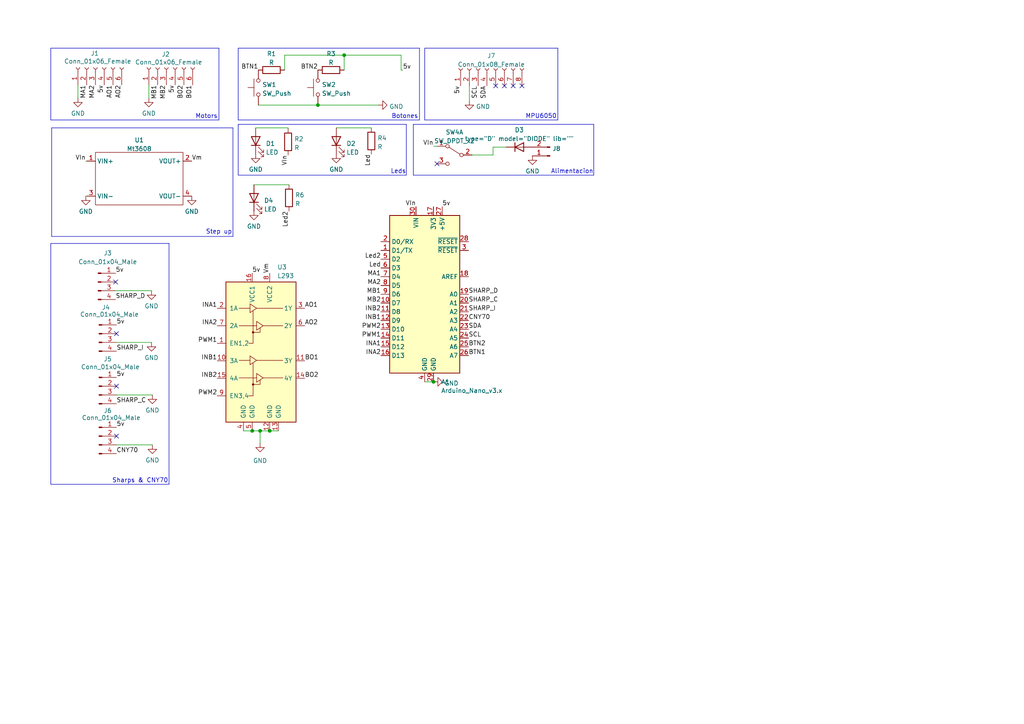
<source format=kicad_sch>
(kicad_sch (version 20230121) (generator eeschema)
  (paper "A4")
  (lib_symbols
    (symbol "Connector:Conn_01x02_Male" (pin_names (offset 1.016) hide)
      (property "Reference" "J" (at 0 2.54 0))
      (property "Value" "Conn_01x02_Male" (at 0 -5.08 0))
      (symbol "Conn_01x02_Male_1_1"
        (polyline (pts (xy 1.27 -2.54) (xy 0.8636 -2.54)) (stroke (width 0.1524)))
        (polyline (pts (xy 1.27 0) (xy 0.8636 0)) (stroke (width 0.1524)))
        (rectangle (start 0.8636 -2.413) (end 0 -2.667) (stroke (width 0.1524)) (fill (type outline)))
        (rectangle (start 0.8636 0.127) (end 0 -0.127) (stroke (width 0.1524)) (fill (type outline)))
        (pin passive line (at 5.08 0 180) (length 3.81) (name "Pin_1") (number "1"))
        (pin passive line (at 5.08 -2.54 180) (length 3.81) (name "Pin_2") (number "2"))
      )
    )
    (symbol "Connector:Conn_01x04_Male" (pin_names (offset 1.016) hide)
      (property "Reference" "J" (at 0 5.08 0))
      (property "Value" "Conn_01x04_Male" (at 0 -7.62 0))
      (symbol "Conn_01x04_Male_1_1"
        (polyline (pts (xy 1.27 -5.08) (xy 0.8636 -5.08)) (stroke (width 0.1524)))
        (polyline (pts (xy 1.27 -2.54) (xy 0.8636 -2.54)) (stroke (width 0.1524)))
        (polyline (pts (xy 1.27 0) (xy 0.8636 0)) (stroke (width 0.1524)))
        (polyline (pts (xy 1.27 2.54) (xy 0.8636 2.54)) (stroke (width 0.1524)))
        (rectangle (start 0.8636 -4.953) (end 0 -5.207) (stroke (width 0.1524)) (fill (type outline)))
        (rectangle (start 0.8636 -2.413) (end 0 -2.667) (stroke (width 0.1524)) (fill (type outline)))
        (rectangle (start 0.8636 0.127) (end 0 -0.127) (stroke (width 0.1524)) (fill (type outline)))
        (rectangle (start 0.8636 2.667) (end 0 2.413) (stroke (width 0.1524)) (fill (type outline)))
        (pin passive line (at 5.08 2.54 180) (length 3.81) (name "Pin_1") (number "1"))
        (pin passive line (at 5.08 0 180) (length 3.81) (name "Pin_2") (number "2"))
        (pin passive line (at 5.08 -2.54 180) (length 3.81) (name "Pin_3") (number "3"))
        (pin passive line (at 5.08 -5.08 180) (length 3.81) (name "Pin_4") (number "4"))
      )
    )
    (symbol "Connector:Conn_01x06_Female" (pin_names (offset 1.016) hide)
      (property "Reference" "J" (at 0 7.62 0))
      (property "Value" "Conn_01x06_Female" (at 0 -10.16 0))
      (symbol "Conn_01x06_Female_1_1"
        (arc (start 0 -7.112) (mid -0.5058 -7.62) (end 0 -8.128) (stroke (width 0.1524)))
        (arc (start 0 -4.572) (mid -0.5058 -5.08) (end 0 -5.588) (stroke (width 0.1524)))
        (arc (start 0 -2.032) (mid -0.5058 -2.54) (end 0 -3.048) (stroke (width 0.1524)))
        (polyline (pts (xy -1.27 -7.62) (xy -0.508 -7.62)) (stroke (width 0.1524)))
        (polyline (pts (xy -1.27 -5.08) (xy -0.508 -5.08)) (stroke (width 0.1524)))
        (polyline (pts (xy -1.27 -2.54) (xy -0.508 -2.54)) (stroke (width 0.1524)))
        (polyline (pts (xy -1.27 0) (xy -0.508 0)) (stroke (width 0.1524)))
        (polyline (pts (xy -1.27 2.54) (xy -0.508 2.54)) (stroke (width 0.1524)))
        (polyline (pts (xy -1.27 5.08) (xy -0.508 5.08)) (stroke (width 0.1524)))
        (arc (start 0 0.508) (mid -0.5058 0) (end 0 -0.508) (stroke (width 0.1524)))
        (arc (start 0 3.048) (mid -0.5058 2.54) (end 0 2.032) (stroke (width 0.1524)))
        (arc (start 0 5.588) (mid -0.5058 5.08) (end 0 4.572) (stroke (width 0.1524)))
        (pin passive line (at -5.08 5.08 0) (length 3.81) (name "Pin_1") (number "1"))
        (pin passive line (at -5.08 2.54 0) (length 3.81) (name "Pin_2") (number "2"))
        (pin passive line (at -5.08 0 0) (length 3.81) (name "Pin_3") (number "3"))
        (pin passive line (at -5.08 -2.54 0) (length 3.81) (name "Pin_4") (number "4"))
        (pin passive line (at -5.08 -5.08 0) (length 3.81) (name "Pin_5") (number "5"))
        (pin passive line (at -5.08 -7.62 0) (length 3.81) (name "Pin_6") (number "6"))
      )
    )
    (symbol "Connector:Conn_01x08_Female" (pin_names (offset 1.016) hide)
      (property "Reference" "J" (at 0 10.16 0))
      (property "Value" "Conn_01x08_Female" (at 0 -12.7 0))
      (symbol "Conn_01x08_Female_1_1"
        (arc (start 0 -9.652) (mid -0.5058 -10.16) (end 0 -10.668) (stroke (width 0.1524)))
        (arc (start 0 -7.112) (mid -0.5058 -7.62) (end 0 -8.128) (stroke (width 0.1524)))
        (arc (start 0 -4.572) (mid -0.5058 -5.08) (end 0 -5.588) (stroke (width 0.1524)))
        (arc (start 0 -2.032) (mid -0.5058 -2.54) (end 0 -3.048) (stroke (width 0.1524)))
        (polyline (pts (xy -1.27 -10.16) (xy -0.508 -10.16)) (stroke (width 0.1524)))
        (polyline (pts (xy -1.27 -7.62) (xy -0.508 -7.62)) (stroke (width 0.1524)))
        (polyline (pts (xy -1.27 -5.08) (xy -0.508 -5.08)) (stroke (width 0.1524)))
        (polyline (pts (xy -1.27 -2.54) (xy -0.508 -2.54)) (stroke (width 0.1524)))
        (polyline (pts (xy -1.27 0) (xy -0.508 0)) (stroke (width 0.1524)))
        (polyline (pts (xy -1.27 2.54) (xy -0.508 2.54)) (stroke (width 0.1524)))
        (polyline (pts (xy -1.27 5.08) (xy -0.508 5.08)) (stroke (width 0.1524)))
        (polyline (pts (xy -1.27 7.62) (xy -0.508 7.62)) (stroke (width 0.1524)))
        (arc (start 0 0.508) (mid -0.5058 0) (end 0 -0.508) (stroke (width 0.1524)))
        (arc (start 0 3.048) (mid -0.5058 2.54) (end 0 2.032) (stroke (width 0.1524)))
        (arc (start 0 5.588) (mid -0.5058 5.08) (end 0 4.572) (stroke (width 0.1524)))
        (arc (start 0 8.128) (mid -0.5058 7.62) (end 0 7.112) (stroke (width 0.1524)))
        (pin passive line (at -5.08 7.62 0) (length 3.81) (name "Pin_1") (number "1"))
        (pin passive line (at -5.08 5.08 0) (length 3.81) (name "Pin_2") (number "2"))
        (pin passive line (at -5.08 2.54 0) (length 3.81) (name "Pin_3") (number "3"))
        (pin passive line (at -5.08 0 0) (length 3.81) (name "Pin_4") (number "4"))
        (pin passive line (at -5.08 -2.54 0) (length 3.81) (name "Pin_5") (number "5"))
        (pin passive line (at -5.08 -5.08 0) (length 3.81) (name "Pin_6") (number "6"))
        (pin passive line (at -5.08 -7.62 0) (length 3.81) (name "Pin_7") (number "7"))
        (pin passive line (at -5.08 -10.16 0) (length 3.81) (name "Pin_8") (number "8"))
      )
    )
    (symbol "Device:LED" (pin_numbers hide) (pin_names (offset 1.016) hide)
      (property "Reference" "D" (at 0 2.54 0))
      (property "Value" "LED" (at 0 -2.54 0))
      (symbol "LED_0_1"
        (polyline (pts (xy -1.27 -1.27) (xy -1.27 1.27)) (stroke (width 0.254)))
        (polyline (pts (xy -1.27 0) (xy 1.27 0)))
        (polyline (pts (xy 1.27 -1.27) (xy 1.27 1.27) (xy -1.27 0) (xy 1.27 -1.27)) (stroke (width 0.254)))
        (polyline (pts (xy -3.048 -0.762) (xy -4.572 -2.286) (xy -3.81 -2.286) (xy -4.572 -2.286) (xy -4.572 -1.524)))
        (polyline (pts (xy -1.778 -0.762) (xy -3.302 -2.286) (xy -2.54 -2.286) (xy -3.302 -2.286) (xy -3.302 -1.524)))
      )
      (symbol "LED_1_1"
        (pin passive line (at -3.81 0 0) (length 2.54) (name "K") (number "1"))
        (pin passive line (at 3.81 0 180) (length 2.54) (name "A") (number "2"))
      )
    )
    (symbol "Device:R" (pin_numbers hide) (pin_names (offset 0))
      (property "Reference" "R" (at 2.032 0 90))
      (property "Value" "R" (at 0 0 90))
      (symbol "R_0_1"
        (rectangle (start -1.016 -2.54) (end 1.016 2.54) (stroke (width 0.254)))
      )
      (symbol "R_1_1"
        (pin passive line (at 0 3.81 270) (length 1.27) (name "~") (number "1"))
        (pin passive line (at 0 -3.81 90) (length 1.27) (name "~") (number "2"))
      )
    )
    (symbol "Driver_Motor:L293" (pin_names (offset 1.016))
      (property "Reference" "U" (at -5.08 26.035 0))
      (property "Value" "L293" (at -5.08 24.13 0))
      (symbol "L293_0_1"
        (rectangle (start -10.16 22.86) (end 10.16 -17.78) (stroke (width 0.254)) (fill (type background)))
        (circle (center -2.286 -6.858) (radius 0.254) (fill (type outline)))
        (circle (center -2.286 8.255) (radius 0.254) (fill (type outline)))
        (polyline (pts (xy -6.35 -4.953) (xy -1.27 -4.953)))
        (polyline (pts (xy -6.35 0.127) (xy -3.175 0.127)))
        (polyline (pts (xy -6.35 10.16) (xy -1.27 10.16)))
        (polyline (pts (xy -6.35 15.24) (xy -3.175 15.24)))
        (polyline (pts (xy -1.27 0.127) (xy 6.35 0.127)))
        (polyline (pts (xy -1.27 15.24) (xy 6.35 15.24)))
        (polyline (pts (xy 0.635 -4.953) (xy 6.35 -4.953)))
        (polyline (pts (xy 0.635 10.16) (xy 6.35 10.16)))
        (polyline (pts (xy -2.286 -6.858) (xy -0.254 -6.858) (xy -0.254 -5.588)))
        (polyline (pts (xy -2.286 -0.635) (xy -2.286 -10.16) (xy -3.556 -10.16)))
        (polyline (pts (xy -2.286 8.255) (xy -0.254 8.255) (xy -0.254 9.525)))
        (polyline (pts (xy -2.286 14.478) (xy -2.286 5.08) (xy -3.556 5.08)))
        (polyline (pts (xy -3.175 1.397) (xy -3.175 -1.143) (xy -1.27 0.127) (xy -3.175 1.397)))
        (polyline (pts (xy -3.175 16.51) (xy -3.175 13.97) (xy -1.27 15.24) (xy -3.175 16.51)))
        (polyline (pts (xy -1.27 -3.683) (xy -1.27 -6.223) (xy 0.635 -4.953) (xy -1.27 -3.683)))
        (polyline (pts (xy -1.27 11.43) (xy -1.27 8.89) (xy 0.635 10.16) (xy -1.27 11.43)))
      )
      (symbol "L293_1_1"
        (pin input line (at -12.7 5.08 0) (length 2.54) (name "EN1,2") (number "1"))
        (pin input line (at -12.7 0 0) (length 2.54) (name "3A") (number "10"))
        (pin output line (at 12.7 0 180) (length 2.54) (name "3Y") (number "11"))
        (pin power_in line (at 2.54 -20.32 90) (length 2.54) (name "GND") (number "12"))
        (pin power_in line (at 5.08 -20.32 90) (length 2.54) (name "GND") (number "13"))
        (pin output line (at 12.7 -5.08 180) (length 2.54) (name "4Y") (number "14"))
        (pin input line (at -12.7 -5.08 0) (length 2.54) (name "4A") (number "15"))
        (pin power_in line (at -2.54 25.4 270) (length 2.54) (name "VCC1") (number "16"))
        (pin input line (at -12.7 15.24 0) (length 2.54) (name "1A") (number "2"))
        (pin output line (at 12.7 15.24 180) (length 2.54) (name "1Y") (number "3"))
        (pin power_in line (at -5.08 -20.32 90) (length 2.54) (name "GND") (number "4"))
        (pin power_in line (at -2.54 -20.32 90) (length 2.54) (name "GND") (number "5"))
        (pin output line (at 12.7 10.16 180) (length 2.54) (name "2Y") (number "6"))
        (pin input line (at -12.7 10.16 0) (length 2.54) (name "2A") (number "7"))
        (pin power_in line (at 2.54 25.4 270) (length 2.54) (name "VCC2") (number "8"))
        (pin input line (at -12.7 -10.16 0) (length 2.54) (name "EN3,4") (number "9"))
      )
    )
    (symbol "MCU_Module:Arduino_Nano_v3.x"
      (property "Reference" "A" (at -10.16 23.495 0))
      (property "Value" "Arduino_Nano_v3.x" (at 5.08 -24.13 0))
      (symbol "Arduino_Nano_v3.x_0_1"
        (rectangle (start -10.16 22.86) (end 10.16 -22.86) (stroke (width 0.254)) (fill (type background)))
      )
      (symbol "Arduino_Nano_v3.x_1_1"
        (pin bidirectional line (at -12.7 12.7 0) (length 2.54) (name "D1/TX") (number "1"))
        (pin bidirectional line (at -12.7 -2.54 0) (length 2.54) (name "D7") (number "10"))
        (pin bidirectional line (at -12.7 -5.08 0) (length 2.54) (name "D8") (number "11"))
        (pin bidirectional line (at -12.7 -7.62 0) (length 2.54) (name "D9") (number "12"))
        (pin bidirectional line (at -12.7 -10.16 0) (length 2.54) (name "D10") (number "13"))
        (pin bidirectional line (at -12.7 -12.7 0) (length 2.54) (name "D11") (number "14"))
        (pin bidirectional line (at -12.7 -15.24 0) (length 2.54) (name "D12") (number "15"))
        (pin bidirectional line (at -12.7 -17.78 0) (length 2.54) (name "D13") (number "16"))
        (pin power_out line (at 2.54 25.4 270) (length 2.54) (name "3V3") (number "17"))
        (pin input line (at 12.7 5.08 180) (length 2.54) (name "AREF") (number "18"))
        (pin bidirectional line (at 12.7 0 180) (length 2.54) (name "A0") (number "19"))
        (pin bidirectional line (at -12.7 15.24 0) (length 2.54) (name "D0/RX") (number "2"))
        (pin bidirectional line (at 12.7 -2.54 180) (length 2.54) (name "A1") (number "20"))
        (pin bidirectional line (at 12.7 -5.08 180) (length 2.54) (name "A2") (number "21"))
        (pin bidirectional line (at 12.7 -7.62 180) (length 2.54) (name "A3") (number "22"))
        (pin bidirectional line (at 12.7 -10.16 180) (length 2.54) (name "A4") (number "23"))
        (pin bidirectional line (at 12.7 -12.7 180) (length 2.54) (name "A5") (number "24"))
        (pin bidirectional line (at 12.7 -15.24 180) (length 2.54) (name "A6") (number "25"))
        (pin bidirectional line (at 12.7 -17.78 180) (length 2.54) (name "A7") (number "26"))
        (pin power_out line (at 5.08 25.4 270) (length 2.54) (name "+5V") (number "27"))
        (pin input line (at 12.7 15.24 180) (length 2.54) (name "~{RESET}") (number "28"))
        (pin power_in line (at 2.54 -25.4 90) (length 2.54) (name "GND") (number "29"))
        (pin input line (at 12.7 12.7 180) (length 2.54) (name "~{RESET}") (number "3"))
        (pin power_in line (at -2.54 25.4 270) (length 2.54) (name "VIN") (number "30"))
        (pin power_in line (at 0 -25.4 90) (length 2.54) (name "GND") (number "4"))
        (pin bidirectional line (at -12.7 10.16 0) (length 2.54) (name "D2") (number "5"))
        (pin bidirectional line (at -12.7 7.62 0) (length 2.54) (name "D3") (number "6"))
        (pin bidirectional line (at -12.7 5.08 0) (length 2.54) (name "D4") (number "7"))
        (pin bidirectional line (at -12.7 2.54 0) (length 2.54) (name "D5") (number "8"))
        (pin bidirectional line (at -12.7 0 0) (length 2.54) (name "D6") (number "9"))
      )
    )
    (symbol "Simulation_SPICE:DIODE" (pin_numbers hide) (pin_names (offset 1.016) hide)
      (property "Reference" "D" (at 0 2.54 0))
      (property "Value" "DIODE" (at 0 -2.54 0))
      (symbol "DIODE_0_1"
        (polyline (pts (xy 1.27 0) (xy -1.27 0)))
        (polyline (pts (xy 1.27 1.27) (xy 1.27 -1.27)) (stroke (width 0.254)))
        (polyline (pts (xy -1.27 -1.27) (xy -1.27 1.27) (xy 1.27 0) (xy -1.27 -1.27)) (stroke (width 0.254)))
      )
      (symbol "DIODE_1_1"
        (pin passive line (at -3.81 0 0) (length 2.54) (name "A") (number "1"))
        (pin passive line (at 3.81 0 180) (length 2.54) (name "K") (number "2"))
      )
    )
    (symbol "Switch:SW_DPDT_x2" (pin_names (offset 0) hide)
      (property "Reference" "SW" (at 0 4.318 0))
      (property "Value" "SW_DPDT_x2" (at 0 -5.08 0))
      (symbol "SW_DPDT_x2_0_0"
        (circle (center -2.032 0) (radius 0.508))
        (circle (center 2.032 -2.54) (radius 0.508))
      )
      (symbol "SW_DPDT_x2_0_1"
        (polyline (pts (xy -1.524 0.254) (xy 1.651 2.286)))
        (circle (center 2.032 2.54) (radius 0.508))
      )
      (symbol "SW_DPDT_x2_1_1"
        (pin passive line (at 5.08 2.54 180) (length 2.54) (name "A") (number "1"))
        (pin passive line (at -5.08 0 0) (length 2.54) (name "B") (number "2"))
        (pin passive line (at 5.08 -2.54 180) (length 2.54) (name "C") (number "3"))
      )
      (symbol "SW_DPDT_x2_2_1"
        (pin passive line (at 5.08 2.54 180) (length 2.54) (name "A") (number "4"))
        (pin passive line (at -5.08 0 0) (length 2.54) (name "B") (number "5"))
        (pin passive line (at 5.08 -2.54 180) (length 2.54) (name "C") (number "6"))
      )
    )
    (symbol "Switch:SW_Push" (pin_numbers hide) (pin_names (offset 1.016) hide)
      (property "Reference" "SW" (at 1.27 2.54 0))
      (property "Value" "SW_Push" (at 0 -1.524 0))
      (symbol "SW_Push_0_1"
        (circle (center -2.032 0) (radius 0.508))
        (polyline (pts (xy 0 1.27) (xy 0 3.048)))
        (polyline (pts (xy 2.54 1.27) (xy -2.54 1.27)))
        (circle (center 2.032 0) (radius 0.508))
        (pin passive line (at -5.08 0 0) (length 2.54) (name "1") (number "1"))
        (pin passive line (at 5.08 0 180) (length 2.54) (name "2") (number "2"))
      )
    )
    (symbol "power:GND" (power) (pin_names (offset 0))
      (property "Value" "GND" (at 0 -3.81 0))
      (symbol "GND_0_1"
        (polyline (pts (xy 0 0) (xy 0 -1.27) (xy 1.27 -1.27) (xy 0 -2.54) (xy -1.27 -1.27) (xy 0 -1.27)))
      )
      (symbol "GND_1_1"
        (pin power_in line (at 0 0 270) (length 0) hide (name "GND") (number "1"))
      )
    )
    (symbol "propios:Mt3608"
      (property "Reference" "U" (at 0 0 0))
      (property "Value" "Mt3608" (at 0 0 0))
      (symbol "Mt3608_0_1"
        (rectangle (start -12.7 -2.54) (end 12.7 -17.78))
      )
      (symbol "Mt3608_1_1"
        (pin input line (at -15.24 -5.08 0) (length 2.54) (name "VIN+") (number "1"))
        (pin input line (at 15.24 -5.08 180) (length 2.54) (name "VOUT+") (number "2"))
        (pin input line (at -15.24 -15.24 0) (length 2.54) (name "VIN-") (number "3"))
        (pin input line (at 15.24 -15.24 180) (length 2.54) (name "VOUT-") (number "4"))
      )
    )
  )
  (junction (at 78.232 124.968))
  (junction (at 125.73 110.744))
  (junction (at 75.438 124.968))
  (junction (at 73.152 124.968))
  (junction (at 92.202 30.48))
  (junction (at 99.822 16.002))
  (no_connect (at 33.528 81.788))
  (no_connect (at 143.764 24.892))
  (no_connect (at 33.782 96.774))
  (no_connect (at 126.746 47.498))
  (no_connect (at 151.384 24.892))
  (no_connect (at 146.304 24.892))
  (no_connect (at 33.782 126.492))
  (no_connect (at 33.782 112.014))
  (no_connect (at 148.844 24.892))
  (wire (pts (xy 99.822 16.002) (xy 116.332 16.002)))
  (polyline (pts (xy 172.212 36.068) (xy 119.888 36.068)))
  (polyline (pts (xy 67.564 68.58) (xy 14.986 68.58)))
  (polyline (pts (xy 121.666 13.97) (xy 121.666 34.798)))
  (wire (pts (xy 44.196 129.032) (xy 33.782 129.032)))
  (wire (pts (xy 99.822 20.32) (xy 99.822 16.002)))
  (wire (pts (xy 24.892 56.896) (xy 25.146 56.896)))
  (wire (pts (xy 82.55 16.002) (xy 99.822 16.002)))
  (wire (pts (xy 44.196 114.554) (xy 33.782 114.554)))
  (polyline (pts (xy 69.088 36.068) (xy 117.856 36.068)))
  (wire (pts (xy 24.892 46.736) (xy 25.146 46.736)))
  (wire (pts (xy 116.84 20.32) (xy 116.332 20.32)))
  (wire (pts (xy 123.19 110.744) (xy 125.73 110.744)))
  (polyline (pts (xy 49.022 70.612) (xy 14.732 70.612)))
  (polyline (pts (xy 69.088 13.97) (xy 121.666 13.97)))
  (polyline (pts (xy 123.19 34.798) (xy 161.798 34.798)))
  (wire (pts (xy 125.73 42.418) (xy 126.746 42.418)))
  (polyline (pts (xy 69.088 50.8) (xy 69.088 36.068)))
  (polyline (pts (xy 119.888 36.068) (xy 119.888 36.068)))
  (wire (pts (xy 97.536 37.084) (xy 107.696 37.084)))
  (polyline (pts (xy 172.212 50.8) (xy 172.212 36.068)))
  (wire (pts (xy 73.66 53.594) (xy 83.82 53.594)))
  (wire (pts (xy 75.438 124.968) (xy 78.232 124.968)))
  (polyline (pts (xy 14.986 37.084) (xy 67.564 37.084)))
  (wire (pts (xy 143.002 44.958) (xy 136.906 44.958)))
  (wire (pts (xy 143.002 42.672) (xy 143.002 44.958)))
  (wire (pts (xy 22.606 28.448) (xy 22.606 24.638)))
  (polyline (pts (xy 121.666 34.798) (xy 69.088 34.798)))
  (polyline (pts (xy 14.732 140.462) (xy 49.022 140.462)))
  (wire (pts (xy 92.202 30.48) (xy 109.728 30.48)))
  (polyline (pts (xy 67.564 37.084) (xy 67.564 68.58)))
  (polyline (pts (xy 14.732 70.612) (xy 14.732 140.462)))
  (polyline (pts (xy 14.986 37.084) (xy 14.986 68.58)))
  (wire (pts (xy 83.566 37.084) (xy 83.566 37.338)))
  (wire (pts (xy 75.438 128.524) (xy 75.438 124.968)))
  (polyline (pts (xy 14.732 13.97) (xy 14.732 34.798)))
  (polyline (pts (xy 161.798 13.97) (xy 161.798 34.798)))
  (wire (pts (xy 73.152 124.968) (xy 75.438 124.968)))
  (polyline (pts (xy 69.088 34.798) (xy 69.088 13.97)))
  (polyline (pts (xy 123.19 34.798) (xy 123.19 13.97)))
  (wire (pts (xy 43.18 28.448) (xy 43.18 24.638)))
  (wire (pts (xy 136.144 29.21) (xy 136.144 24.892)))
  (wire (pts (xy 74.93 30.48) (xy 92.202 30.48)))
  (polyline (pts (xy 119.888 36.068) (xy 119.888 50.8)))
  (polyline (pts (xy 119.888 50.8) (xy 172.212 50.8)))
  (polyline (pts (xy 117.856 50.8) (xy 69.088 50.8)))
  (polyline (pts (xy 63.5 13.97) (xy 63.5 34.798)))
  (wire (pts (xy 82.55 20.32) (xy 82.55 16.002)))
  (wire (pts (xy 43.942 84.328) (xy 33.528 84.328)))
  (polyline (pts (xy 49.022 140.462) (xy 49.022 70.612)))
  (polyline (pts (xy 117.856 36.068) (xy 117.856 50.8)))
  (wire (pts (xy 74.168 37.084) (xy 83.566 37.084)))
  (wire (pts (xy 116.332 16.002) (xy 116.332 20.32)))
  (wire (pts (xy 78.232 124.968) (xy 80.772 124.968)))
  (polyline (pts (xy 14.732 13.97) (xy 63.5 13.97)))
  (wire (pts (xy 146.812 42.672) (xy 143.002 42.672)))
  (wire (pts (xy 70.612 124.968) (xy 73.152 124.968)))
  (polyline (pts (xy 123.19 13.97) (xy 161.798 13.97)))
  (wire (pts (xy 43.942 99.314) (xy 33.782 99.314)))
  (polyline (pts (xy 63.5 34.798) (xy 14.732 34.798)))
  (text "Sharps & CNY70" (at 32.512 140.208 0) (effects (font (size 1.27 1.27)) (justify left bottom)))
  (text "Motors\n" (at 56.642 34.544 0) (effects (font (size 1.27 1.27)) (justify left bottom)))
  (text "Leds" (at 113.284 50.546 0) (effects (font (size 1.27 1.27)) (justify left bottom)))
  (text "Alimentacion\n" (at 159.766 50.546 0) (effects (font (size 1.27 1.27)) (justify left bottom)))
  (text "Botones\n" (at 113.538 34.544 0) (effects (font (size 1.27 1.27)) (justify left bottom)))
  (text "MPU6050\n" (at 152.4 34.544 0) (effects (font (size 1.27 1.27)) (justify left bottom)))
  (text "Step up\n" (at 59.69 68.072 0) (effects (font (size 1.27 1.27)) (justify left bottom)))
  (label "BO1" (at 55.88 24.638 270))
  (label "INB2" (at 62.992 109.728 180))
  (label "5v" (at 33.782 109.474 0))
  (label "INB1" (at 110.49 92.964 180))
  (label "SDA" (at 135.89 95.504 0))
  (label "AO1" (at 32.766 24.638 270))
  (label "BO1" (at 88.392 104.648 0))
  (label "INA1" (at 110.49 100.584 180))
  (label "SCL" (at 135.89 98.044 0))
  (label "SHARP_I" (at 33.782 101.854 0))
  (label "Led" (at 110.49 77.724 180))
  (label "PWM2" (at 62.992 114.808 180))
  (label "SCL" (at 138.684 24.892 270))
  (label "AO2" (at 88.392 94.488 0))
  (label "VIn" (at 120.65 59.944 180))
  (label "PWM1" (at 62.992 99.568 180))
  (label "MB2" (at 48.26 24.638 270))
  (label "SHARP_C" (at 33.782 117.094 0))
  (label "AO2" (at 35.306 24.638 270))
  (label "INA2" (at 62.992 94.488 180))
  (label "5v" (at 133.604 24.892 270))
  (label "Led" (at 107.696 44.704 270))
  (label "MB1" (at 110.49 85.344 180))
  (label "Led2" (at 110.49 75.184 180))
  (label "AO1" (at 88.392 89.408 0))
  (label "SHARP_D" (at 33.528 86.868 0))
  (label "INA1" (at 62.992 89.408 180))
  (label "PWM2" (at 110.49 95.504 180))
  (label "MA2" (at 27.686 24.638 270))
  (label "BTN1" (at 74.93 20.32 180))
  (label "SDA" (at 141.224 24.892 270))
  (label "MA2" (at 110.49 82.804 180))
  (label "SHARP_D" (at 135.89 85.344 0))
  (label "BO2" (at 53.34 24.638 270))
  (label "MB1" (at 45.72 24.638 270))
  (label "MB2" (at 110.49 87.884 180))
  (label "BTN2" (at 135.89 100.584 0))
  (label "5v" (at 30.226 24.638 270))
  (label "VIn" (at 125.73 42.418 180))
  (label "VIn" (at 24.892 46.736 180))
  (label "5v" (at 50.8 24.638 270))
  (label "SHARP_C" (at 135.89 87.884 0))
  (label "Vm" (at 55.626 46.736 0))
  (label "Led2" (at 83.82 61.214 270))
  (label "5v" (at 33.782 94.234 0))
  (label "5v" (at 33.782 123.952 0))
  (label "VIn" (at 83.566 44.958 270))
  (label "MA1" (at 110.49 80.264 180))
  (label "PWM1" (at 110.49 98.044 180))
  (label "BTN1" (at 135.89 103.124 0))
  (label "CNY70" (at 33.782 131.572 0))
  (label "INA2" (at 110.49 103.124 180))
  (label "CNY70" (at 135.89 92.964 0))
  (label "INB1" (at 62.992 104.648 180))
  (label "Vm" (at 78.232 79.248 90))
  (label "5v" (at 73.152 79.248 0))
  (label "MA1" (at 25.146 24.638 270))
  (label "SHARP_I" (at 135.89 90.424 0))
  (label "BTN2" (at 92.202 20.32 180))
  (label "BO2" (at 88.392 109.728 0))
  (label "5v" (at 116.84 20.32 0))
  (label "5v" (at 128.27 59.944 0))
  (label "INB2" (at 110.49 90.424 180))
  (label "5v" (at 33.528 79.248 0))
  (symbol (lib_id "power:GND") (at 22.606 28.448 0) (unit 1)
    (property "Reference" "#PWR01" (effects hide))
    (property "Value" "GND" (at 22.606 32.8914 0))
  )
  (symbol (lib_id "power:GND") (at 73.66 61.214 0) (unit 1)
    (property "Reference" "#PWR014" (effects hide))
    (property "Value" "GND" (at 73.66 65.6574 0))
  )
  (symbol (lib_id "Connector:Conn_01x08_Female") (at 141.224 19.812 90) (unit 1)
    (property "Reference" "J7" (at 142.494 16.163 90))
    (property "Value" "Conn_01x08_Female" (at 142.494 18.6999 90))
    (property "Footprint" "Connector_PinSocket_2.54mm:PinSocket_1x08_P2.54mm_Vertical" (effects hide))
  )
  (symbol (lib_id "Connector:Conn_01x02_Male") (at 159.512 45.212 180) (unit 1)
    (property "Reference" "J8" (at 160.2232 43.1073 0) (effects (justify right)))
    (property "Value" "Conn_01x02_Male" (effects hide))
    (property "Footprint" "Connector_PinHeader_2.54mm:PinHeader_1x02_P2.54mm_Vertical" (effects hide))
  )
  (symbol (lib_id "power:GND") (at 154.432 45.212 0) (unit 1)
    (property "Reference" "#PWR013" (effects hide))
    (property "Value" "GND" (at 154.432 49.6554 0))
  )
  (symbol (lib_id "Connector:Conn_01x04_Male") (at 28.702 112.014 0) (unit 1)
    (property "Reference" "J5" (at 31.242 104.14 0))
    (property "Value" "Conn_01x04_Male" (at 32.004 106.426 0))
    (property "Footprint" "Connector_PinHeader_2.54mm:PinHeader_1x04_P2.54mm_Vertical" (effects hide))
  )
  (symbol (lib_id "Connector:Conn_01x06_Female") (at 48.26 19.558 90) (unit 1)
    (property "Reference" "J2" (at 49.276 15.748 90) (effects (justify left)))
    (property "Value" "Conn_01x06_Female" (at 58.674 18.034 90) (effects (justify left)))
    (property "Footprint" "Connector_PinHeader_2.54mm:PinHeader_1x06_P2.54mm_Vertical" (effects hide))
  )
  (symbol (lib_id "power:GND") (at 43.942 84.328 0) (unit 1)
    (property "Reference" "#PWR05" (effects hide))
    (property "Value" "GND" (at 43.942 88.7714 0))
  )
  (symbol (lib_id "Device:R") (at 96.012 20.32 270) (unit 1)
    (property "Reference" "R3" (at 96.012 15.6042 90))
    (property "Value" "R" (at 96.012 18.1411 90))
    (property "Footprint" "Resistor_THT:R_Axial_DIN0207_L6.3mm_D2.5mm_P10.16mm_Horizontal" (effects hide))
  )
  (symbol (lib_id "power:GND") (at 75.438 128.524 0) (unit 1)
    (property "Reference" "#PWR017" (effects hide))
    (property "Value" "GND" (at 75.438 133.604 0))
  )
  (symbol (lib_id "power:GND") (at 74.168 44.704 0) (unit 1)
    (property "Reference" "#PWR09" (effects hide))
    (property "Value" "GND" (at 74.168 49.1474 0))
  )
  (symbol (lib_id "Driver_Motor:L293") (at 75.692 104.648 0) (unit 1)
    (property "Reference" "U3" (at 80.4261 77.47 0) (effects (justify left)))
    (property "Value" "L293" (at 80.4261 80.01 0) (effects (justify left)))
    (property "Footprint" "Package_DIP:DIP-16_W7.62mm" (effects hide))
    (property "Datasheet" "http://www.ti.com/lit/ds/symlink/l293.pdf" (effects hide))
  )
  (symbol (lib_id "Switch:SW_Push") (at 92.202 25.4 90) (unit 1)
    (property "Reference" "SW2" (at 93.345 24.5653 90) (effects (justify right)))
    (property "Value" "SW_Push" (at 93.345 27.1022 90) (effects (justify right)))
    (property "Footprint" "Button_Switch_THT:SW_PUSH_6mm" (effects hide))
  )
  (symbol (lib_id "Switch:SW_DPDT_x2") (at 131.826 44.958 0) (mirror y) (unit 1)
    (property "Reference" "SW4" (at 131.826 38.3372 0))
    (property "Value" "SW_DPDT_x2" (at 131.826 40.8741 0))
    (property "Footprint" "Button_Switch_THT:SW_Slide_1P2T_CK_OS102011MS2Q" (effects hide))
  )
  (symbol (lib_id "power:GND") (at 97.536 44.704 0) (unit 1)
    (property "Reference" "#PWR010" (effects hide))
    (property "Value" "GND" (at 97.536 49.1474 0))
  )
  (symbol (lib_id "power:GND") (at 43.942 99.314 0) (unit 1)
    (property "Reference" "#PWR06" (effects hide))
    (property "Value" "GND" (at 43.942 103.7574 0))
  )
  (symbol (lib_id "Device:LED") (at 97.536 40.894 90) (unit 1)
    (property "Reference" "D2" (at 100.457 41.6468 90) (effects (justify right)))
    (property "Value" "LED" (at 100.457 44.1837 90) (effects (justify right)))
    (property "Footprint" "LED_THT:LED_D3.0mm" (effects hide))
  )
  (symbol (lib_id "MCU_Module:Arduino_Nano_v3.x") (at 123.19 85.344 0) (unit 1)
    (property "Reference" "A1" (at 127.9241 110.744 0) (effects (justify left)))
    (property "Value" "Arduino_Nano_v3.x" (at 127.9241 113.284 0) (effects (justify left)))
    (property "Footprint" "Module:Arduino_Nano" (effects hide))
    (property "Datasheet" "http://www.mouser.com/pdfdocs/Gravitech_Arduino_Nano3_0.pdf" (effects hide))
  )
  (symbol (lib_id "Connector:Conn_01x04_Male") (at 28.448 81.788 0) (unit 1)
    (property "Reference" "J3" (at 31.242 73.406 0))
    (property "Value" "Conn_01x04_Male" (at 31.242 75.946 0))
    (property "Footprint" "Connector_PinHeader_2.54mm:PinHeader_1x04_P2.54mm_Vertical" (effects hide))
  )
  (symbol (lib_id "power:GND") (at 24.892 56.896 0) (unit 1)
    (property "Reference" "#PWR03" (effects hide))
    (property "Value" "GND" (at 24.892 61.3394 0))
  )
  (symbol (lib_id "power:GND") (at 125.73 110.744 90) (unit 1)
    (property "Reference" "#PWR018" (effects hide))
    (property "Value" "GND" (at 128.905 111.1778 90) (effects (justify right)))
  )
  (symbol (lib_id "Device:R") (at 107.696 40.894 0) (unit 1)
    (property "Reference" "R4" (at 109.474 40.0593 0) (effects (justify left)))
    (property "Value" "R" (at 109.474 42.5962 0) (effects (justify left)))
    (property "Footprint" "Resistor_THT:R_Axial_DIN0207_L6.3mm_D2.5mm_P10.16mm_Horizontal" (effects hide))
  )
  (symbol (lib_id "Simulation_SPICE:DIODE") (at 150.622 42.672 180) (unit 1)
    (property "Reference" "D3" (at 150.622 37.7022 0))
    (property "Value" "${SIM.PARAMS}" (at 150.622 40.2391 0))
    (property "Footprint" "Diode_THT:D_5W_P12.70mm_Horizontal" (effects hide))
    (property "Sim.Device" "SPICE" (effects hide))
    (property "Sim.Params" "type=\"D\" model=\"DIODE\" lib=\"\"" (effects hide))
    (property "Sim.Pins" "1=1 2=2" (effects hide))
  )
  (symbol (lib_id "power:GND") (at 43.18 28.448 0) (unit 1)
    (property "Reference" "#PWR02" (effects hide))
    (property "Value" "GND" (at 43.18 32.8914 0))
  )
  (symbol (lib_id "power:GND") (at 44.196 129.032 0) (unit 1)
    (property "Reference" "#PWR08" (effects hide))
    (property "Value" "GND" (at 44.196 133.4754 0))
  )
  (symbol (lib_id "Connector:Conn_01x06_Female") (at 27.686 19.558 90) (unit 1)
    (property "Reference" "J1" (at 28.702 15.494 90) (effects (justify left)))
    (property "Value" "Conn_01x06_Female" (at 38.1 17.78 90) (effects (justify left)))
    (property "Footprint" "Connector_PinHeader_2.54mm:PinHeader_1x06_P2.54mm_Vertical" (effects hide))
  )
  (symbol (lib_id "power:GND") (at 109.728 30.48 90) (unit 1)
    (property "Reference" "#PWR011" (effects hide))
    (property "Value" "GND" (at 112.903 30.9138 90) (effects (justify right)))
  )
  (symbol (lib_id "power:GND") (at 55.626 56.896 0) (unit 1)
    (property "Reference" "#PWR04" (effects hide))
    (property "Value" "GND" (at 55.626 61.3394 0))
  )
  (symbol (lib_id "power:GND") (at 44.196 114.554 0) (unit 1)
    (property "Reference" "#PWR07" (effects hide))
    (property "Value" "GND" (at 44.196 118.9974 0))
  )
  (symbol (lib_id "Device:R") (at 83.82 57.404 0) (unit 1)
    (property "Reference" "R6" (at 85.598 56.5693 0) (effects (justify left)))
    (property "Value" "R" (at 85.598 59.1062 0) (effects (justify left)))
    (property "Footprint" "Resistor_THT:R_Axial_DIN0207_L6.3mm_D2.5mm_P10.16mm_Horizontal" (effects hide))
  )
  (symbol (lib_id "Device:R") (at 83.566 41.148 0) (unit 1)
    (property "Reference" "R2" (at 85.344 40.3133 0) (effects (justify left)))
    (property "Value" "R" (at 85.344 42.8502 0) (effects (justify left)))
    (property "Footprint" "Resistor_THT:R_Axial_DIN0207_L6.3mm_D2.5mm_P10.16mm_Horizontal" (effects hide))
  )
  (symbol (lib_id "Connector:Conn_01x04_Male") (at 28.702 126.492 0) (unit 1)
    (property "Reference" "J6" (at 31.242 119.126 0))
    (property "Value" "Conn_01x04_Male" (at 32.258 121.158 0))
    (property "Footprint" "Connector_PinHeader_2.54mm:PinHeader_1x04_P2.54mm_Vertical" (effects hide))
  )
  (symbol (lib_id "Connector:Conn_01x04_Male") (at 28.702 96.774 0) (unit 1)
    (property "Reference" "J4" (at 30.734 89.154 0))
    (property "Value" "Conn_01x04_Male" (at 31.75 91.186 0))
    (property "Footprint" "Connector_PinHeader_2.54mm:PinHeader_1x04_P2.54mm_Vertical" (effects hide))
  )
  (symbol (lib_id "propios:Mt3608") (at 40.386 41.656 0) (unit 1)
    (property "Reference" "U1" (at 40.386 40.6232 0))
    (property "Value" "Mt3608" (at 40.386 43.1601 0))
    (property "Footprint" "propios:MT3608" (effects hide))
  )
  (symbol (lib_id "Switch:SW_Push") (at 74.93 25.4 90) (unit 1)
    (property "Reference" "SW1" (at 76.073 24.5653 90) (effects (justify right)))
    (property "Value" "SW_Push" (at 76.073 27.1022 90) (effects (justify right)))
    (property "Footprint" "Button_Switch_THT:SW_PUSH_6mm" (effects hide))
  )
  (symbol (lib_id "Device:R") (at 78.74 20.32 90) (unit 1)
    (property "Reference" "R1" (at 78.74 15.6042 90))
    (property "Value" "R" (at 78.74 18.1411 90))
    (property "Footprint" "Resistor_THT:R_Axial_DIN0207_L6.3mm_D2.5mm_P10.16mm_Horizontal" (effects hide))
  )
  (symbol (lib_id "Device:LED") (at 73.66 57.404 90) (unit 1)
    (property "Reference" "D4" (at 76.581 58.1568 90) (effects (justify right)))
    (property "Value" "LED" (at 76.581 60.6937 90) (effects (justify right)))
    (property "Footprint" "LED_THT:LED_D3.0mm" (effects hide))
  )
  (symbol (lib_id "Device:LED") (at 74.168 40.894 90) (unit 1)
    (property "Reference" "D1" (at 77.089 41.6468 90) (effects (justify right)))
    (property "Value" "LED" (at 77.089 44.1837 90) (effects (justify right)))
    (property "Footprint" "LED_THT:LED_D3.0mm" (effects hide))
  )
  (symbol (lib_id "power:GND") (at 136.144 29.21 0) (unit 1)
    (property "Reference" "#PWR012" (effects hide))
    (property "Value" "GND" (at 138.049 30.9138 0) (effects (justify left)))
  )
)
</source>
